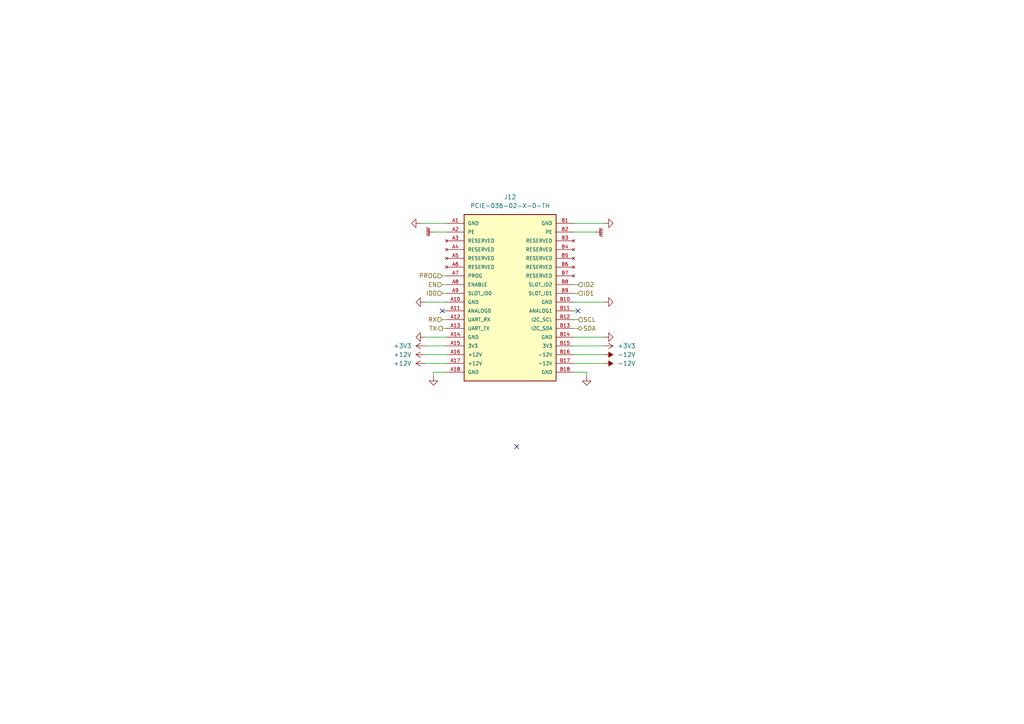
<source format=kicad_sch>
(kicad_sch (version 20250114) (generator "eeschema") (generator_version "9.0")
  (paper "A4")
  (lib_symbols
    (symbol "link-components:link-edge-connector" (pin_names (offset 1.016))
      (property "Reference" "J" (at -7.62 26.162 0))
      (property "Value" "link-edge-connector" (at -9.652 -25.146 0))
      (symbol "link-edge-connector_0_0"
        (rectangle (start -13.97 25.4) (end 12.7 -22.86) (stroke (width 0.254)) (fill (type background)))
      )
      (symbol "link-edge-connector_1_0"
        (pin power_out line (at -19.05 22.86 0) (length 5.08) (name "GND") (number "A1"))
        (pin power_out line (at -19.05 20.32 0) (length 5.08) (name "PE") (number "A2"))
        (pin no_connect line (at -19.05 17.78 0) (length 5.08) (name "RESERVED") (number "A3"))
        (pin no_connect line (at -19.05 15.24 0) (length 5.08) (name "RESERVED") (number "A4"))
        (pin no_connect line (at -19.05 12.7 0) (length 5.08) (name "RESERVED") (number "A5"))
        (pin no_connect line (at -19.05 10.16 0) (length 5.08) (name "RESERVED") (number "A6"))
        (pin output line (at -19.05 7.62 0) (length 5.08) (name "PROG") (number "A7"))
        (pin output line (at -19.05 5.08 0) (length 5.08) (name "ENABLE") (number "A8"))
        (pin output line (at -19.05 2.54 0) (length 5.08) (name "SLOT_ID0") (number "A9"))
        (pin power_out line (at -19.05 0 0) (length 5.08) (name "GND") (number "A10"))
        (pin input line (at -19.05 -2.54 0) (length 5.08) (name "ANALOG0") (number "A11"))
        (pin output line (at -19.05 -5.08 0) (length 5.08) (name "UART_RX") (number "A12"))
        (pin input line (at -19.05 -7.62 0) (length 5.08) (name "UART_TX") (number "A13"))
        (pin power_out line (at -19.05 -10.16 0) (length 5.08) (name "GND") (number "A14"))
        (pin power_out line (at -19.05 -12.7 0) (length 5.08) (name "3V3") (number "A15"))
        (pin power_out line (at -19.05 -15.24 0) (length 5.08) (name "+12V") (number "A16"))
        (pin power_out line (at -19.05 -17.78 0) (length 5.08) (name "+12V") (number "A17"))
        (pin power_out line (at -19.05 -20.32 0) (length 5.08) (name "GND") (number "A18"))
        (pin power_out line (at 17.78 22.86 180) (length 5.08) (name "GND") (number "B1"))
        (pin power_out line (at 17.78 20.32 180) (length 5.08) (name "PE") (number "B2"))
        (pin no_connect line (at 17.78 17.78 180) (length 5.08) (name "RESERVED") (number "B3"))
        (pin no_connect line (at 17.78 15.24 180) (length 5.08) (name "RESERVED") (number "B4"))
        (pin no_connect line (at 17.78 12.7 180) (length 5.08) (name "RESERVED") (number "B5"))
        (pin no_connect line (at 17.78 10.16 180) (length 5.08) (name "RESERVED") (number "B6"))
        (pin no_connect line (at 17.78 7.62 180) (length 5.08) (name "RESERVED") (number "B7"))
        (pin output line (at 17.78 5.08 180) (length 5.08) (name "SLOT_ID2") (number "B8"))
        (pin output line (at 17.78 2.54 180) (length 5.08) (name "SLOT_ID1") (number "B9"))
        (pin power_out line (at 17.78 0 180) (length 5.08) (name "GND") (number "B10"))
        (pin input line (at 17.78 -2.54 180) (length 5.08) (name "ANALOG1") (number "B11"))
        (pin output line (at 17.78 -5.08 180) (length 5.08) (name "I2C_SCL") (number "B12"))
        (pin bidirectional line (at 17.78 -7.62 180) (length 5.08) (name "I2C_SDA") (number "B13"))
        (pin power_out line (at 17.78 -10.16 180) (length 5.08) (name "GND") (number "B14"))
        (pin power_out line (at 17.78 -12.7 180) (length 5.08) (name "3V3") (number "B15"))
        (pin power_out line (at 17.78 -15.24 180) (length 5.08) (name "-12V") (number "B16"))
        (pin power_out line (at 17.78 -17.78 180) (length 5.08) (name "-12V") (number "B17"))
        (pin power_out line (at 17.78 -20.32 180) (length 5.08) (name "GND") (number "B18"))
      )
    )
    (symbol "power:+12V" (power) (pin_numbers (hide yes)) (pin_names (offset 0) (hide yes))
      (property "Value" "+12V" (at 0 3.556 0))
      (symbol "+12V_0_1"
        (polyline (pts (xy -0.762 1.27) (xy 0 2.54)))
        (polyline (pts (xy 0 2.54) (xy 0.762 1.27)))
        (polyline (pts (xy 0 0) (xy 0 2.54)))
      )
      (symbol "+12V_1_1"
        (pin power_in line (at 0 0 90) (length 0) (name "~") (number "1"))
      )
    )
    (symbol "power:+3V3" (power) (pin_numbers (hide yes)) (pin_names (offset 0) (hide yes))
      (property "Value" "+3V3" (at 0 3.556 0))
      (symbol "+3V3_0_1"
        (polyline (pts (xy -0.762 1.27) (xy 0 2.54)))
        (polyline (pts (xy 0 2.54) (xy 0.762 1.27)))
        (polyline (pts (xy 0 0) (xy 0 2.54)))
      )
      (symbol "+3V3_1_1"
        (pin power_in line (at 0 0 90) (length 0) (name "~") (number "1"))
      )
    )
    (symbol "power:-12V" (power) (pin_numbers (hide yes)) (pin_names (offset 0) (hide yes))
      (property "Value" "-12V" (at 0 3.556 0))
      (symbol "-12V_0_0"
        (pin power_in line (at 0 0 90) (length 0) (name "~") (number "1"))
      )
      (symbol "-12V_0_1"
        (polyline (pts (xy 0 0) (xy 0 1.27) (xy 0.762 1.27) (xy 0 2.54) (xy -0.762 1.27) (xy 0 1.27)) (fill (type outline)))
      )
    )
    (symbol "power:GND" (power) (pin_numbers (hide yes)) (pin_names (offset 0) (hide yes))
      (property "Value" "GND" (at 0 -3.81 0))
      (symbol "GND_0_1"
        (polyline (pts (xy 0 0) (xy 0 -1.27) (xy 1.27 -1.27) (xy 0 -2.54) (xy -1.27 -1.27) (xy 0 -1.27)))
      )
      (symbol "GND_1_1"
        (pin power_in line (at 0 0 270) (length 0) (name "~") (number "1"))
      )
    )
    (symbol "power:GNDPWR" (power) (pin_numbers (hide yes)) (pin_names (offset 0) (hide yes))
      (property "Value" "GNDPWR" (at 0 -3.302 0))
      (symbol "GNDPWR_0_1"
        (polyline (pts (xy -1.016 -1.27) (xy -1.27 -2.032) (xy -1.27 -2.032)) (stroke (width 0.2032)))
        (polyline (pts (xy -0.508 -1.27) (xy -0.762 -2.032) (xy -0.762 -2.032)) (stroke (width 0.2032)))
        (polyline (pts (xy 0 -1.27) (xy 0 0)))
        (polyline (pts (xy 0 -1.27) (xy -0.254 -2.032) (xy -0.254 -2.032)) (stroke (width 0.2032)))
        (polyline (pts (xy 0.508 -1.27) (xy 0.254 -2.032) (xy 0.254 -2.032)) (stroke (width 0.2032)))
        (polyline (pts (xy 1.016 -1.27) (xy -1.016 -1.27) (xy -1.016 -1.27)) (stroke (width 0.2032)))
        (polyline (pts (xy 1.016 -1.27) (xy 0.762 -2.032) (xy 0.762 -2.032) (xy 0.762 -2.032)) (stroke (width 0.2032)))
      )
      (symbol "GNDPWR_1_1"
        (pin power_in line (at 0 0 270) (length 0) (name "~") (number "1"))
      )
    )
  )
  (no_connect (at 167.64 90.17))
  (no_connect (at 149.86 129.54))
  (no_connect (at 128.27 90.17))
  (wire (pts (xy 125.73 107.95) (xy 125.73 109.22)))
  (wire (pts (xy 166.37 102.87) (xy 175.26 102.87)))
  (wire (pts (xy 166.37 92.71) (xy 167.64 92.71)))
  (wire (pts (xy 166.37 82.55) (xy 167.64 82.55)))
  (wire (pts (xy 166.37 105.41) (xy 175.26 105.41)))
  (wire (pts (xy 166.37 97.79) (xy 175.26 97.79)))
  (wire (pts (xy 123.19 105.41) (xy 129.54 105.41)))
  (wire (pts (xy 123.19 102.87) (xy 129.54 102.87)))
  (wire (pts (xy 128.27 85.09) (xy 129.54 85.09)))
  (wire (pts (xy 128.27 80.01) (xy 129.54 80.01)))
  (wire (pts (xy 166.37 95.25) (xy 167.64 95.25)))
  (wire (pts (xy 175.26 64.77) (xy 166.37 64.77)))
  (wire (pts (xy 166.37 107.95) (xy 170.18 107.95)))
  (wire (pts (xy 123.19 97.79) (xy 129.54 97.79)))
  (wire (pts (xy 175.26 87.63) (xy 166.37 87.63)))
  (wire (pts (xy 123.19 100.33) (xy 129.54 100.33)))
  (wire (pts (xy 170.18 107.95) (xy 170.18 109.22)))
  (wire (pts (xy 166.37 100.33) (xy 175.26 100.33)))
  (wire (pts (xy 125.73 107.95) (xy 129.54 107.95)))
  (wire (pts (xy 166.37 85.09) (xy 167.64 85.09)))
  (wire (pts (xy 128.27 95.25) (xy 129.54 95.25)))
  (wire (pts (xy 166.37 67.31) (xy 172.72 67.31)))
  (wire (pts (xy 128.27 82.55) (xy 129.54 82.55)))
  (wire (pts (xy 128.27 92.71) (xy 129.54 92.71)))
  (wire (pts (xy 121.92 64.77) (xy 129.54 64.77)))
  (wire (pts (xy 123.19 87.63) (xy 129.54 87.63)))
  (wire (pts (xy 125.73 67.31) (xy 129.54 67.31)))
  (wire (pts (xy 166.37 90.17) (xy 167.64 90.17)))
  (wire (pts (xy 128.27 90.17) (xy 129.54 90.17)))
  (hierarchical_label "EN" (shape input) (at 128.27 82.55 180))
  (hierarchical_label "SCL" (shape input) (at 167.64 92.71 0))
  (hierarchical_label "ID2" (shape input) (at 167.64 82.55 0))
  (hierarchical_label "TX" (shape output) (at 128.27 95.25 180))
  (hierarchical_label "SDA" (shape bidirectional) (at 167.64 95.25 0))
  (hierarchical_label "PROG" (shape input) (at 128.27 80.01 180))
  (hierarchical_label "RX" (shape input) (at 128.27 92.71 180))
  (hierarchical_label "ID1" (shape input) (at 167.64 85.09 0))
  (hierarchical_label "ID0" (shape input) (at 128.27 85.09 180))
  (symbol (lib_id "power:+12V") (at 123.19 102.87 90) (unit 1)
    (property "Reference" "#PWR0180" (effects (hide yes)))
    (property "Value" "+12V" (at 119.38 102.8699 90) (effects (justify left)))
    (property "Description" "Power symbol creates a global label with name \"+12V\"" (effects (hide yes)))
  )
  (symbol (lib_id "power:GND") (at 175.26 87.63 90) (unit 1)
    (property "Reference" "#PWR0187" (effects (hide yes)))
    (property "Value" "GND" (effects (hide yes)))
    (property "Description" "Power symbol creates a global label with name \"GND\" , ground" (effects (hide yes)))
  )
  (symbol (lib_id "power:GND") (at 123.19 97.79 270) (unit 1)
    (property "Reference" "#PWR0178" (effects (hide yes)))
    (property "Value" "GND" (effects (hide yes)))
    (property "Description" "Power symbol creates a global label with name \"GND\" , ground" (effects (hide yes)))
  )
  (symbol (lib_id "power:+12V") (at 123.19 105.41 90) (unit 1)
    (property "Reference" "#PWR0181" (effects (hide yes)))
    (property "Value" "+12V" (at 119.38 105.4099 90) (effects (justify left)))
    (property "Description" "Power symbol creates a global label with name \"+12V\"" (effects (hide yes)))
  )
  (symbol (lib_id "power:GNDPWR") (at 125.73 67.31 270) (unit 1)
    (property "Reference" "#PWR0182" (effects (hide yes)))
    (property "Value" "GNDPWR" (effects (hide yes)))
    (property "Description" "Power symbol creates a global label with name \"GNDPWR\" , global ground" (effects (hide yes)))
  )
  (symbol (lib_id "power:GND") (at 125.73 109.22 0) (unit 1)
    (property "Reference" "#PWR0183" (effects (hide yes)))
    (property "Value" "GND" (effects (hide yes)))
    (property "Description" "Power symbol creates a global label with name \"GND\" , ground" (effects (hide yes)))
  )
  (symbol (lib_id "power:+3V3") (at 175.26 100.33 270) (unit 1)
    (property "Reference" "#PWR0189" (effects (hide yes)))
    (property "Value" "+3V3" (at 179.07 100.3299 90) (effects (justify left)))
    (property "Description" "Power symbol creates a global label with name \"+3V3\"" (effects (hide yes)))
  )
  (symbol (lib_id "power:+3V3") (at 123.19 100.33 90) (unit 1)
    (property "Reference" "#PWR0179" (effects (hide yes)))
    (property "Value" "+3V3" (at 119.38 100.3299 90) (effects (justify left)))
    (property "Description" "Power symbol creates a global label with name \"+3V3\"" (effects (hide yes)))
  )
  (symbol (lib_id "power:GND") (at 123.19 87.63 270) (unit 1)
    (property "Reference" "#PWR0177" (effects (hide yes)))
    (property "Value" "GND" (effects (hide yes)))
    (property "Description" "Power symbol creates a global label with name \"GND\" , ground" (effects (hide yes)))
  )
  (symbol (lib_id "power:GND") (at 170.18 109.22 0) (unit 1)
    (property "Reference" "#PWR0184" (effects (hide yes)))
    (property "Value" "GND" (effects (hide yes)))
    (property "Description" "Power symbol creates a global label with name \"GND\" , ground" (effects (hide yes)))
  )
  (symbol (lib_id "power:GND") (at 175.26 64.77 90) (unit 1)
    (property "Reference" "#PWR0186" (effects (hide yes)))
    (property "Value" "GND" (effects (hide yes)))
    (property "Description" "Power symbol creates a global label with name \"GND\" , ground" (effects (hide yes)))
  )
  (symbol (lib_id "power:-12V") (at 175.26 102.87 270) (unit 1)
    (property "Reference" "#PWR0190" (effects (hide yes)))
    (property "Value" "-12V" (at 179.07 102.8699 90) (effects (justify left)))
    (property "Description" "Power symbol creates a global label with name \"-12V\"" (effects (hide yes)))
  )
  (symbol (lib_id "link-components:link-edge-connector") (at 148.59 87.63 0) (unit 1)
    (property "Reference" "J12" (at 147.955 57.15 0))
    (property "Value" "PCIE-036-02-X-D-TH" (at 147.955 59.69 0))
    (property "Footprint" "PCIE-036-02-X-D-TH:SAMTEC_PCIE-036-02-X-D-TH" (effects (hide yes)))
    (property "PARTREV" "D" (effects (hide yes)))
    (property "STANDARD" "Manufacturer Recommendations" (effects (hide yes)))
    (property "MAXIMUM_PACKAGE_HEIGHT" "11.38mm" (effects (hide yes)))
    (property "MANUFACTURER" "Samtec Inc" (effects (hide yes)))
  )
  (symbol (lib_id "power:-12V") (at 175.26 105.41 270) (unit 1)
    (property "Reference" "#PWR0191" (effects (hide yes)))
    (property "Value" "-12V" (at 179.07 105.4099 90) (effects (justify left)))
    (property "Description" "Power symbol creates a global label with name \"-12V\"" (effects (hide yes)))
  )
  (symbol (lib_id "power:GNDPWR") (at 172.72 67.31 90) (unit 1)
    (property "Reference" "#PWR0185" (effects (hide yes)))
    (property "Value" "GNDPWR" (effects (hide yes)))
    (property "Description" "Power symbol creates a global label with name \"GNDPWR\" , global ground" (effects (hide yes)))
  )
  (symbol (lib_id "power:GND") (at 175.26 97.79 90) (unit 1)
    (property "Reference" "#PWR0188" (effects (hide yes)))
    (property "Value" "GND" (effects (hide yes)))
    (property "Description" "Power symbol creates a global label with name \"GND\" , ground" (effects (hide yes)))
  )
  (symbol (lib_id "power:GND") (at 121.92 64.77 270) (unit 1)
    (property "Reference" "#PWR0176" (effects (hide yes)))
    (property "Value" "GND" (effects (hide yes)))
    (property "Description" "Power symbol creates a global label with name \"GND\" , ground" (effects (hide yes)))
  )
)
</source>
